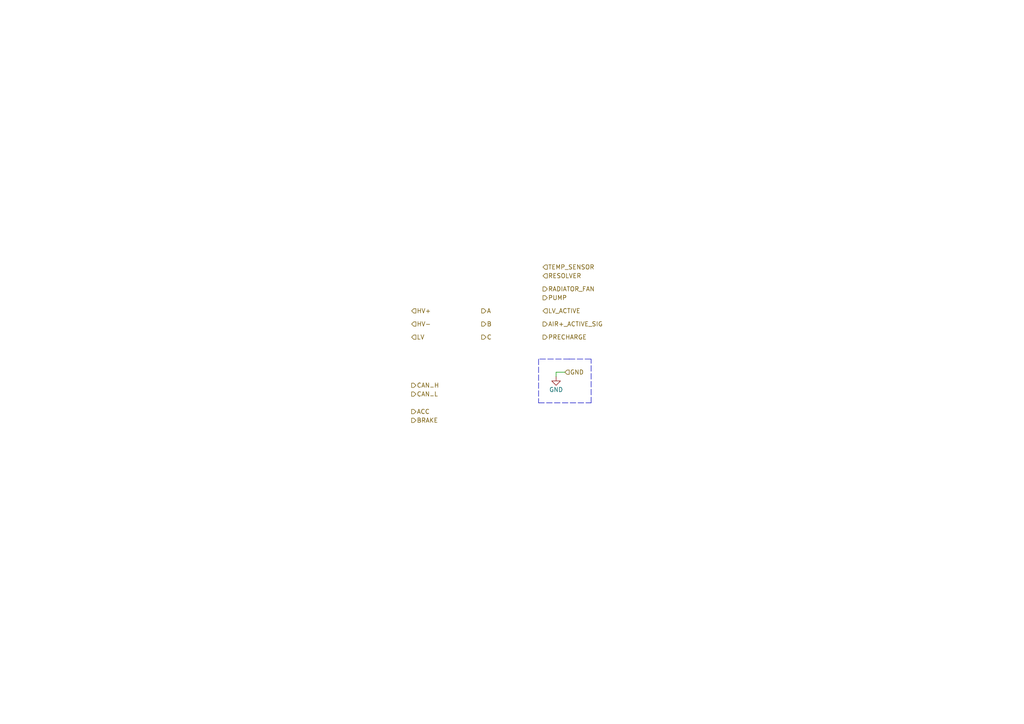
<source format=kicad_sch>
(kicad_sch (version 20211123) (generator eeschema)

  (uuid 0fd113ea-3c5c-4c3e-819c-98c0b7eb3eb7)

  (paper "A4")

  (lib_symbols
    (symbol "power:GND" (power) (pin_names (offset 0)) (in_bom yes) (on_board yes)
      (property "Reference" "#PWR" (id 0) (at 0 -6.35 0)
        (effects (font (size 1.27 1.27)) hide)
      )
      (property "Value" "GND" (id 1) (at 0 -3.81 0)
        (effects (font (size 1.27 1.27)))
      )
      (property "Footprint" "" (id 2) (at 0 0 0)
        (effects (font (size 1.27 1.27)) hide)
      )
      (property "Datasheet" "" (id 3) (at 0 0 0)
        (effects (font (size 1.27 1.27)) hide)
      )
      (property "ki_keywords" "power-flag" (id 4) (at 0 0 0)
        (effects (font (size 1.27 1.27)) hide)
      )
      (property "ki_description" "Power symbol creates a global label with name \"GND\" , ground" (id 5) (at 0 0 0)
        (effects (font (size 1.27 1.27)) hide)
      )
      (symbol "GND_0_1"
        (polyline
          (pts
            (xy 0 0)
            (xy 0 -1.27)
            (xy 1.27 -1.27)
            (xy 0 -2.54)
            (xy -1.27 -1.27)
            (xy 0 -1.27)
          )
          (stroke (width 0) (type default) (color 0 0 0 0))
          (fill (type none))
        )
      )
      (symbol "GND_1_1"
        (pin power_in line (at 0 0 270) (length 0) hide
          (name "GND" (effects (font (size 1.27 1.27))))
          (number "1" (effects (font (size 1.27 1.27))))
        )
      )
    )
  )


  (polyline (pts (xy 171.45 116.84) (xy 171.45 104.14))
    (stroke (width 0) (type dash) (color 0 0 0 0))
    (uuid 66c20fba-79d8-4763-92bd-9699068006bd)
  )

  (wire (pts (xy 161.29 107.95) (xy 161.29 109.22))
    (stroke (width 0) (type default) (color 0 0 0 0))
    (uuid 7fa2a984-6342-4e8a-b412-987c4bc61b5c)
  )
  (polyline (pts (xy 165.1 104.14) (xy 156.21 104.14))
    (stroke (width 0) (type default) (color 0 0 0 0))
    (uuid b0fcfc41-8393-4df1-be89-a02dfe2c595f)
  )
  (polyline (pts (xy 156.21 104.14) (xy 156.21 116.84))
    (stroke (width 0) (type default) (color 0 0 0 0))
    (uuid bda1b5e8-5dd2-486b-86ac-24f56f1141e6)
  )

  (wire (pts (xy 163.83 107.95) (xy 161.29 107.95))
    (stroke (width 0) (type default) (color 0 0 0 0))
    (uuid be5739f9-8c9e-4051-a86f-2dc76456623b)
  )
  (polyline (pts (xy 156.21 116.84) (xy 171.45 116.84))
    (stroke (width 0) (type default) (color 0 0 0 0))
    (uuid cb15230b-8c7e-49bd-aca0-04c783047cb7)
  )
  (polyline (pts (xy 165.1 104.14) (xy 171.45 104.14))
    (stroke (width 0) (type default) (color 0 0 0 0))
    (uuid ebdab05d-6d76-4625-a5c0-d34d36f83cda)
  )

  (hierarchical_label "PRECHARGE" (shape output) (at 157.48 97.79 0)
    (effects (font (size 1.27 1.27)) (justify left))
    (uuid 0fc0eb6c-e649-4eb0-8ca8-844809241e66)
  )
  (hierarchical_label "GND" (shape input) (at 163.83 107.95 0)
    (effects (font (size 1.27 1.27)) (justify left))
    (uuid 191aec57-7b6d-49c9-9750-53ab5fc68308)
  )
  (hierarchical_label "CAN＿L" (shape output) (at 119.38 114.3 0)
    (effects (font (size 1.27 1.27)) (justify left))
    (uuid 1c845b3b-fb38-41b1-b0a1-a2335a7ba227)
  )
  (hierarchical_label "C" (shape output) (at 139.7 97.79 0)
    (effects (font (size 1.27 1.27)) (justify left))
    (uuid 227c5d21-a0d2-4b51-9368-73774e329cd8)
  )
  (hierarchical_label "ACC" (shape output) (at 119.38 119.38 0)
    (effects (font (size 1.27 1.27)) (justify left))
    (uuid 290491d8-db3c-496a-85bc-ef2cb41beafb)
  )
  (hierarchical_label "LV" (shape input) (at 119.38 97.79 0)
    (effects (font (size 1.27 1.27)) (justify left))
    (uuid 2e8017a2-7b71-4349-bcbc-da67484ad542)
  )
  (hierarchical_label "TEMP_SENSOR" (shape input) (at 157.48 77.47 0)
    (effects (font (size 1.27 1.27)) (justify left))
    (uuid 3595eb0f-949c-488b-9aac-11b1f38e7915)
  )
  (hierarchical_label "BRAKE" (shape output) (at 119.38 121.92 0)
    (effects (font (size 1.27 1.27)) (justify left))
    (uuid 4dda760d-b121-4d11-80fd-1aaed226f6fc)
  )
  (hierarchical_label "PUMP" (shape output) (at 157.48 86.36 0)
    (effects (font (size 1.27 1.27)) (justify left))
    (uuid 68c578a3-b0ed-4c4d-9dae-3e3b2ac71f50)
  )
  (hierarchical_label "HV+" (shape input) (at 119.38 90.17 0)
    (effects (font (size 1.27 1.27)) (justify left))
    (uuid 693c7d47-8797-4428-9a17-40f88498a173)
  )
  (hierarchical_label "A" (shape output) (at 139.7 90.17 0)
    (effects (font (size 1.27 1.27)) (justify left))
    (uuid 69a1d4bd-6572-498e-9166-c76cd92a7893)
  )
  (hierarchical_label "HV-" (shape input) (at 119.38 93.98 0)
    (effects (font (size 1.27 1.27)) (justify left))
    (uuid 72eea565-2b03-4b62-ae4a-5631395e6247)
  )
  (hierarchical_label "RESOLVER" (shape input) (at 157.48 80.01 0)
    (effects (font (size 1.27 1.27)) (justify left))
    (uuid 7333baff-181c-4f65-9e73-01ebc00de353)
  )
  (hierarchical_label "AIR+_ACTIVE_SIG" (shape output) (at 157.48 93.98 0)
    (effects (font (size 1.27 1.27)) (justify left))
    (uuid 7c98c5c8-716c-43f3-85ae-2e28a97ae5e0)
  )
  (hierarchical_label "CAN＿H" (shape output) (at 119.38 111.76 0)
    (effects (font (size 1.27 1.27)) (justify left))
    (uuid a69cab54-3588-4881-9513-20688004265a)
  )
  (hierarchical_label "RADIATOR_FAN" (shape output) (at 157.48 83.82 0)
    (effects (font (size 1.27 1.27)) (justify left))
    (uuid c127fb5d-45da-4411-b460-f4a3446e30ec)
  )
  (hierarchical_label "B" (shape output) (at 139.7 93.98 0)
    (effects (font (size 1.27 1.27)) (justify left))
    (uuid c7b889d3-4de5-46ca-ae75-b40f739880c4)
  )
  (hierarchical_label "LV_ACTIVE" (shape input) (at 157.48 90.17 0)
    (effects (font (size 1.27 1.27)) (justify left))
    (uuid fb83cbfd-0610-4ea9-89e8-983368ad1051)
  )

  (symbol (lib_id "power:GND") (at 161.29 109.22 0) (unit 1)
    (in_bom yes) (on_board yes)
    (uuid 082d1d90-9ecb-4b11-9a73-8a371dbb8f35)
    (property "Reference" "#PWR0121" (id 0) (at 161.29 115.57 0)
      (effects (font (size 1.27 1.27)) hide)
    )
    (property "Value" "GND" (id 1) (at 161.29 113.03 0))
    (property "Footprint" "" (id 2) (at 161.29 109.22 0)
      (effects (font (size 1.27 1.27)) hide)
    )
    (property "Datasheet" "" (id 3) (at 161.29 109.22 0)
      (effects (font (size 1.27 1.27)) hide)
    )
    (pin "1" (uuid 0ca6eac9-06b1-48d2-9fae-9b839ce370bc))
  )
)

</source>
